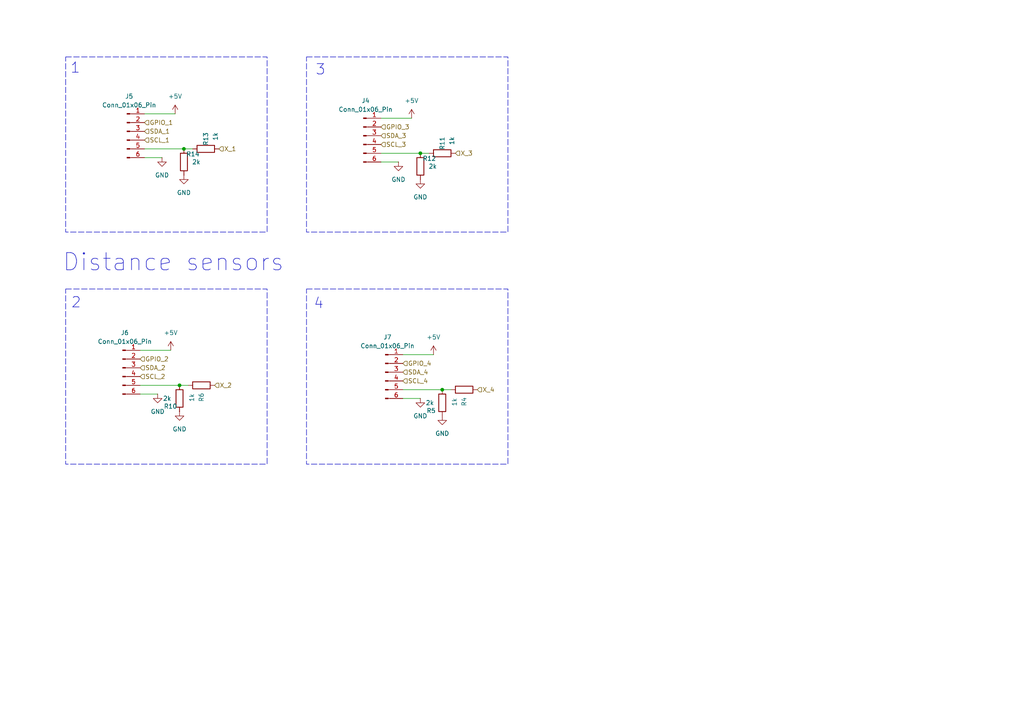
<source format=kicad_sch>
(kicad_sch (version 20231120) (generator "eeschema") (generator_version "8.0")
  (paper "A4")
  (lib_symbols
    (symbol "Connector:Conn_01x06_Pin" (pin_names (offset 1.016) hide)
      (property "Reference" "J" (at 0 7.62 0))
      (property "Value" "Conn_01x06_Pin" (at 0 -10.16 0))
      (symbol "Conn_01x06_Pin_1_1"
        (polyline (pts (xy 1.27 -7.62) (xy 0.8636 -7.62)) (stroke (width 0.1524)))
        (polyline (pts (xy 1.27 -5.08) (xy 0.8636 -5.08)) (stroke (width 0.1524)))
        (polyline (pts (xy 1.27 -2.54) (xy 0.8636 -2.54)) (stroke (width 0.1524)))
        (polyline (pts (xy 1.27 0) (xy 0.8636 0)) (stroke (width 0.1524)))
        (polyline (pts (xy 1.27 2.54) (xy 0.8636 2.54)) (stroke (width 0.1524)))
        (polyline (pts (xy 1.27 5.08) (xy 0.8636 5.08)) (stroke (width 0.1524)))
        (rectangle (start 0.8636 -7.493) (end 0 -7.747) (stroke (width 0.1524)) (fill (type outline)))
        (rectangle (start 0.8636 -4.953) (end 0 -5.207) (stroke (width 0.1524)) (fill (type outline)))
        (rectangle (start 0.8636 -2.413) (end 0 -2.667) (stroke (width 0.1524)) (fill (type outline)))
        (rectangle (start 0.8636 0.127) (end 0 -0.127) (stroke (width 0.1524)) (fill (type outline)))
        (rectangle (start 0.8636 2.667) (end 0 2.413) (stroke (width 0.1524)) (fill (type outline)))
        (rectangle (start 0.8636 5.207) (end 0 4.953) (stroke (width 0.1524)) (fill (type outline)))
        (pin passive line (at 5.08 5.08 180) (length 3.81) (name "Pin_1") (number "1"))
        (pin passive line (at 5.08 2.54 180) (length 3.81) (name "Pin_2") (number "2"))
        (pin passive line (at 5.08 0 180) (length 3.81) (name "Pin_3") (number "3"))
        (pin passive line (at 5.08 -2.54 180) (length 3.81) (name "Pin_4") (number "4"))
        (pin passive line (at 5.08 -5.08 180) (length 3.81) (name "Pin_5") (number "5"))
        (pin passive line (at 5.08 -7.62 180) (length 3.81) (name "Pin_6") (number "6"))
      )
    )
    (symbol "Device:R" (pin_numbers hide) (pin_names (offset 0))
      (property "Reference" "R" (at 2.032 0 90))
      (property "Value" "R" (at 0 0 90))
      (symbol "R_0_1"
        (rectangle (start -1.016 -2.54) (end 1.016 2.54) (stroke (width 0.254)))
      )
      (symbol "R_1_1"
        (pin passive line (at 0 3.81 270) (length 1.27) (name "~") (number "1"))
        (pin passive line (at 0 -3.81 90) (length 1.27) (name "~") (number "2"))
      )
    )
    (symbol "power:+5V" (power) (pin_numbers hide) (pin_names (offset 0) hide)
      (property "Value" "+5V" (at 0 3.556 0))
      (symbol "+5V_0_1"
        (polyline (pts (xy -0.762 1.27) (xy 0 2.54)))
        (polyline (pts (xy 0 0) (xy 0 2.54)))
        (polyline (pts (xy 0 2.54) (xy 0.762 1.27)))
      )
      (symbol "+5V_1_1"
        (pin power_in line (at 0 0 90) (length 0) (name "~") (number "1"))
      )
    )
    (symbol "power:GND" (power) (pin_numbers hide) (pin_names (offset 0) hide)
      (property "Value" "GND" (at 0 -3.81 0))
      (symbol "GND_0_1"
        (polyline (pts (xy 0 0) (xy 0 -1.27) (xy 1.27 -1.27) (xy 0 -2.54) (xy -1.27 -1.27) (xy 0 -1.27)))
      )
      (symbol "GND_1_1"
        (pin power_in line (at 0 0 270) (length 0) (name "~") (number "1"))
      )
    )
  )
  (junction (at 121.92 44.45))
  (junction (at 128.27 113.03))
  (junction (at 53.34 43.18))
  (junction (at 52.07 111.76))
  (wire (pts (xy 41.91 43.18) (xy 53.34 43.18)))
  (wire (pts (xy 110.49 34.29) (xy 119.38 34.29)))
  (wire (pts (xy 40.64 114.3) (xy 45.72 114.3)))
  (wire (pts (xy 116.84 113.03) (xy 128.27 113.03)))
  (wire (pts (xy 40.64 101.6) (xy 49.53 101.6)))
  (wire (pts (xy 41.91 33.02) (xy 50.8 33.02)))
  (wire (pts (xy 128.27 113.03) (xy 130.81 113.03)))
  (wire (pts (xy 110.49 46.99) (xy 115.57 46.99)))
  (wire (pts (xy 116.84 115.57) (xy 121.92 115.57)))
  (wire (pts (xy 116.84 102.87) (xy 125.73 102.87)))
  (wire (pts (xy 40.64 111.76) (xy 52.07 111.76)))
  (wire (pts (xy 52.07 111.76) (xy 54.61 111.76)))
  (wire (pts (xy 53.34 43.18) (xy 55.88 43.18)))
  (wire (pts (xy 121.92 44.45) (xy 124.46 44.45)))
  (wire (pts (xy 41.91 45.72) (xy 46.99 45.72)))
  (wire (pts (xy 110.49 44.45) (xy 121.92 44.45)))
  (rectangle (start 88.9 83.82) (end 147.32 134.62) (stroke (width 0) (type dash)))
  (rectangle (start 88.9 16.51) (end 147.32 67.31) (stroke (width 0) (type dash)))
  (rectangle (start 19.05 83.82) (end 77.47 134.62) (stroke (width 0) (type dash)))
  (rectangle (start 19.05 16.51) (end 77.47 67.31) (stroke (width 0) (type dash)))
  (text "3" (at 92.964 20.32 0) (effects (font (size 3 3))))
  (text "4" (at 92.456 88.138 0) (effects (font (size 3 3))))
  (text "1" (at 21.844 19.812 0) (effects (font (size 3 3))))
  (text "Distance sensors\n" (at 50.292 76.2 0) (effects (font (size 5 5))))
  (text "2" (at 22.098 87.884 0) (effects (font (size 3 3))))
  (hierarchical_label "X_2" (shape input) (at 62.23 111.76 0))
  (hierarchical_label "GPIO_2" (shape input) (at 40.64 104.14 0))
  (hierarchical_label "SDA_2" (shape input) (at 40.64 106.68 0))
  (hierarchical_label "SCL_3" (shape input) (at 110.49 41.91 0))
  (hierarchical_label "SDA_1" (shape input) (at 41.91 38.1 0))
  (hierarchical_label "GPIO_3" (shape input) (at 110.49 36.83 0))
  (hierarchical_label "X_1" (shape input) (at 63.5 43.18 0))
  (hierarchical_label "SCL_2" (shape input) (at 40.64 109.22 0))
  (hierarchical_label "SDA_4" (shape input) (at 116.84 107.95 0))
  (hierarchical_label "X_3" (shape input) (at 132.08 44.45 0))
  (hierarchical_label "SDA_3" (shape input) (at 110.49 39.37 0))
  (hierarchical_label "SCL_1" (shape input) (at 41.91 40.64 0))
  (hierarchical_label "GPIO_1" (shape input) (at 41.91 35.56 0))
  (hierarchical_label "X_4" (shape input) (at 138.43 113.03 0))
  (hierarchical_label "SCL_4" (shape input) (at 116.84 110.49 0))
  (hierarchical_label "GPIO_4" (shape input) (at 116.84 105.41 0))
  (symbol (lib_id "power:+5V") (at 119.38 34.29 0) (unit 1)
    (property "Reference" "#PWR040" (effects (hide yes)))
    (property "Value" "+5V" (at 119.38 29.21 0))
    (property "Description" "Power symbol creates a global label with name \"+5V\"" (effects (hide yes)))
  )
  (symbol (lib_id "Connector:Conn_01x06_Pin") (at 111.76 107.95 0) (unit 1)
    (property "Reference" "J7" (at 112.395 97.79 0))
    (property "Value" "Conn_01x06_Pin" (at 112.395 100.33 0))
    (property "Footprint" "Connector_PinHeader_2.54mm:PinHeader_1x06_P2.54mm_Vertical" (effects (hide yes)))
    (property "Description" "Generic connector, single row, 01x06, script generated" (effects (hide yes)))
  )
  (symbol (lib_id "power:GND") (at 121.92 115.57 0) (mirror y) (unit 1)
    (property "Reference" "#PWR031" (effects (hide yes)))
    (property "Value" "GND" (at 121.92 120.65 0))
    (property "Description" "Power symbol creates a global label with name \"GND\" , ground" (effects (hide yes)))
  )
  (symbol (lib_id "power:GND") (at 115.57 46.99 0) (mirror y) (unit 1)
    (property "Reference" "#PWR017" (effects (hide yes)))
    (property "Value" "GND" (at 115.57 52.07 0))
    (property "Description" "Power symbol creates a global label with name \"GND\" , ground" (effects (hide yes)))
  )
  (symbol (lib_id "power:GND") (at 52.07 119.38 0) (mirror y) (unit 1)
    (property "Reference" "#PWR030" (effects (hide yes)))
    (property "Value" "GND" (at 52.07 124.46 0))
    (property "Description" "Power symbol creates a global label with name \"GND\" , ground" (effects (hide yes)))
  )
  (symbol (lib_id "Device:R") (at 121.92 48.26 0) (mirror y) (unit 1)
    (property "Reference" "R12" (at 126.492 45.974 0) (effects (justify left)))
    (property "Value" "2k" (at 126.746 48.26 0) (effects (justify left)))
    (property "Footprint" "Resistor_SMD:R_0805_2012Metric_Pad1.20x1.40mm_HandSolder" (effects (hide yes)))
    (property "Description" "Resistor" (effects (hide yes)))
  )
  (symbol (lib_id "power:GND") (at 46.99 45.72 0) (mirror y) (unit 1)
    (property "Reference" "#PWR018" (effects (hide yes)))
    (property "Value" "GND" (at 46.99 50.8 0))
    (property "Description" "Power symbol creates a global label with name \"GND\" , ground" (effects (hide yes)))
  )
  (symbol (lib_id "Device:R") (at 59.69 43.18 90) (mirror x) (unit 1)
    (property "Reference" "R13" (at 59.69 38.354 0) (effects (justify left)))
    (property "Value" "1k" (at 62.484 38.354 0) (effects (justify left)))
    (property "Footprint" "Resistor_SMD:R_0805_2012Metric_Pad1.20x1.40mm_HandSolder" (effects (hide yes)))
    (property "Description" "Resistor" (effects (hide yes)))
  )
  (symbol (lib_id "Connector:Conn_01x06_Pin") (at 35.56 106.68 0) (unit 1)
    (property "Reference" "J6" (at 36.195 96.52 0))
    (property "Value" "Conn_01x06_Pin" (at 36.195 99.06 0))
    (property "Footprint" "Connector_PinHeader_2.54mm:PinHeader_1x06_P2.54mm_Vertical" (effects (hide yes)))
    (property "Description" "Generic connector, single row, 01x06, script generated" (effects (hide yes)))
  )
  (symbol (lib_id "Connector:Conn_01x06_Pin") (at 36.83 38.1 0) (unit 1)
    (property "Reference" "J5" (at 37.465 27.94 0))
    (property "Value" "Conn_01x06_Pin" (at 37.465 30.48 0))
    (property "Footprint" "Connector_PinHeader_2.54mm:PinHeader_1x06_P2.54mm_Vertical" (effects (hide yes)))
    (property "Description" "Generic connector, single row, 01x06, script generated" (effects (hide yes)))
  )
  (symbol (lib_id "Device:R") (at 128.27 44.45 90) (mirror x) (unit 1)
    (property "Reference" "R11" (at 128.27 39.624 0) (effects (justify left)))
    (property "Value" "1k" (at 131.064 39.624 0) (effects (justify left)))
    (property "Footprint" "Resistor_SMD:R_0805_2012Metric_Pad1.20x1.40mm_HandSolder" (effects (hide yes)))
    (property "Description" "Resistor" (effects (hide yes)))
  )
  (symbol (lib_id "power:+5V") (at 50.8 33.02 0) (unit 1)
    (property "Reference" "#PWR019" (effects (hide yes)))
    (property "Value" "+5V" (at 50.8 27.94 0))
    (property "Description" "Power symbol creates a global label with name \"+5V\"" (effects (hide yes)))
  )
  (symbol (lib_id "power:+5V") (at 49.53 101.6 0) (unit 1)
    (property "Reference" "#PWR029" (effects (hide yes)))
    (property "Value" "+5V" (at 49.53 96.52 0))
    (property "Description" "Power symbol creates a global label with name \"+5V\"" (effects (hide yes)))
  )
  (symbol (lib_id "power:GND") (at 121.92 52.07 0) (mirror y) (unit 1)
    (property "Reference" "#PWR046" (effects (hide yes)))
    (property "Value" "GND" (at 121.92 57.15 0))
    (property "Description" "Power symbol creates a global label with name \"GND\" , ground" (effects (hide yes)))
  )
  (symbol (lib_id "Device:R") (at 134.62 113.03 270) (mirror x) (unit 1)
    (property "Reference" "R4" (at 134.62 117.856 0) (effects (justify left)))
    (property "Value" "1k" (at 131.826 117.856 0) (effects (justify left)))
    (property "Footprint" "Resistor_SMD:R_0805_2012Metric_Pad1.20x1.40mm_HandSolder" (effects (hide yes)))
    (property "Description" "Resistor" (effects (hide yes)))
  )
  (symbol (lib_id "power:+5V") (at 125.73 102.87 0) (unit 1)
    (property "Reference" "#PWR042" (effects (hide yes)))
    (property "Value" "+5V" (at 125.73 97.79 0))
    (property "Description" "Power symbol creates a global label with name \"+5V\"" (effects (hide yes)))
  )
  (symbol (lib_id "Connector:Conn_01x06_Pin") (at 105.41 39.37 0) (unit 1)
    (property "Reference" "J4" (at 106.045 29.21 0))
    (property "Value" "Conn_01x06_Pin" (at 106.045 31.75 0))
    (property "Footprint" "Connector_PinHeader_2.54mm:PinHeader_1x06_P2.54mm_Vertical" (effects (hide yes)))
    (property "Description" "Generic connector, single row, 01x06, script generated" (effects (hide yes)))
  )
  (symbol (lib_id "power:GND") (at 128.27 120.65 0) (mirror y) (unit 1)
    (property "Reference" "#PWR044" (effects (hide yes)))
    (property "Value" "GND" (at 128.27 125.73 0))
    (property "Description" "Power symbol creates a global label with name \"GND\" , ground" (effects (hide yes)))
  )
  (symbol (lib_id "Device:R") (at 58.42 111.76 270) (mirror x) (unit 1)
    (property "Reference" "R6" (at 58.42 116.586 0) (effects (justify left)))
    (property "Value" "1k" (at 55.626 116.586 0) (effects (justify left)))
    (property "Footprint" "Resistor_SMD:R_0805_2012Metric_Pad1.20x1.40mm_HandSolder" (effects (hide yes)))
    (property "Description" "Resistor" (effects (hide yes)))
  )
  (symbol (lib_id "power:GND") (at 53.34 50.8 0) (mirror y) (unit 1)
    (property "Reference" "#PWR020" (effects (hide yes)))
    (property "Value" "GND" (at 53.34 55.88 0))
    (property "Description" "Power symbol creates a global label with name \"GND\" , ground" (effects (hide yes)))
  )
  (symbol (lib_id "Device:R") (at 53.34 46.99 0) (mirror y) (unit 1)
    (property "Reference" "R14" (at 57.912 44.704 0) (effects (justify left)))
    (property "Value" "2k" (at 58.166 46.99 0) (effects (justify left)))
    (property "Footprint" "Resistor_SMD:R_0805_2012Metric_Pad1.20x1.40mm_HandSolder" (effects (hide yes)))
    (property "Description" "Resistor" (effects (hide yes)))
  )
  (symbol (lib_id "Device:R") (at 52.07 115.57 0) (mirror x) (unit 1)
    (property "Reference" "R10" (at 47.498 117.856 0) (effects (justify left)))
    (property "Value" "2k" (at 47.244 115.57 0) (effects (justify left)))
    (property "Footprint" "Resistor_SMD:R_0805_2012Metric_Pad1.20x1.40mm_HandSolder" (effects (hide yes)))
    (property "Description" "Resistor" (effects (hide yes)))
  )
  (symbol (lib_id "power:GND") (at 45.72 114.3 0) (mirror y) (unit 1)
    (property "Reference" "#PWR021" (effects (hide yes)))
    (property "Value" "GND" (at 45.72 119.38 0))
    (property "Description" "Power symbol creates a global label with name \"GND\" , ground" (effects (hide yes)))
  )
  (symbol (lib_id "Device:R") (at 128.27 116.84 0) (mirror x) (unit 1)
    (property "Reference" "R5" (at 123.698 119.126 0) (effects (justify left)))
    (property "Value" "2k" (at 123.444 116.84 0) (effects (justify left)))
    (property "Footprint" "Resistor_SMD:R_0805_2012Metric_Pad1.20x1.40mm_HandSolder" (effects (hide yes)))
    (property "Description" "Resistor" (effects (hide yes)))
  )
)
</source>
